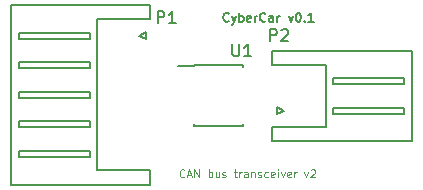
<source format=gto>
G04 #@! TF.FileFunction,Legend,Top*
%FSLAX45Y45*%
G04 Gerber Fmt 4.5, Leading zero omitted, Abs format (unit mm)*
G04 Created by KiCad (PCBNEW 4.0.4-stable) date Sat Oct 15 01:23:03 2016*
%MOMM*%
%LPD*%
G01*
G04 APERTURE LIST*
%ADD10C,0.100000*%
%ADD11C,0.150000*%
G04 APERTURE END LIST*
D10*
X3480486Y-3909771D02*
X3477343Y-3912914D01*
X3467914Y-3916057D01*
X3461629Y-3916057D01*
X3452200Y-3912914D01*
X3445914Y-3906629D01*
X3442771Y-3900343D01*
X3439629Y-3887771D01*
X3439629Y-3878343D01*
X3442771Y-3865771D01*
X3445914Y-3859486D01*
X3452200Y-3853200D01*
X3461629Y-3850057D01*
X3467914Y-3850057D01*
X3477343Y-3853200D01*
X3480486Y-3856343D01*
X3505629Y-3897200D02*
X3537057Y-3897200D01*
X3499343Y-3916057D02*
X3521343Y-3850057D01*
X3543343Y-3916057D01*
X3565343Y-3916057D02*
X3565343Y-3850057D01*
X3603057Y-3916057D01*
X3603057Y-3850057D01*
X3684771Y-3916057D02*
X3684771Y-3850057D01*
X3684771Y-3875200D02*
X3691057Y-3872057D01*
X3703629Y-3872057D01*
X3709914Y-3875200D01*
X3713057Y-3878343D01*
X3716200Y-3884629D01*
X3716200Y-3903486D01*
X3713057Y-3909771D01*
X3709914Y-3912914D01*
X3703629Y-3916057D01*
X3691057Y-3916057D01*
X3684771Y-3912914D01*
X3772771Y-3872057D02*
X3772771Y-3916057D01*
X3744486Y-3872057D02*
X3744486Y-3906629D01*
X3747629Y-3912914D01*
X3753914Y-3916057D01*
X3763343Y-3916057D01*
X3769629Y-3912914D01*
X3772771Y-3909771D01*
X3801057Y-3912914D02*
X3807343Y-3916057D01*
X3819914Y-3916057D01*
X3826200Y-3912914D01*
X3829343Y-3906629D01*
X3829343Y-3903486D01*
X3826200Y-3897200D01*
X3819914Y-3894057D01*
X3810486Y-3894057D01*
X3804200Y-3890914D01*
X3801057Y-3884629D01*
X3801057Y-3881486D01*
X3804200Y-3875200D01*
X3810486Y-3872057D01*
X3819914Y-3872057D01*
X3826200Y-3875200D01*
X3898486Y-3872057D02*
X3923629Y-3872057D01*
X3907914Y-3850057D02*
X3907914Y-3906629D01*
X3911057Y-3912914D01*
X3917343Y-3916057D01*
X3923629Y-3916057D01*
X3945629Y-3916057D02*
X3945629Y-3872057D01*
X3945629Y-3884629D02*
X3948771Y-3878343D01*
X3951914Y-3875200D01*
X3958200Y-3872057D01*
X3964486Y-3872057D01*
X4014771Y-3916057D02*
X4014771Y-3881486D01*
X4011629Y-3875200D01*
X4005343Y-3872057D01*
X3992771Y-3872057D01*
X3986486Y-3875200D01*
X4014771Y-3912914D02*
X4008486Y-3916057D01*
X3992771Y-3916057D01*
X3986486Y-3912914D01*
X3983343Y-3906629D01*
X3983343Y-3900343D01*
X3986486Y-3894057D01*
X3992771Y-3890914D01*
X4008486Y-3890914D01*
X4014771Y-3887771D01*
X4046200Y-3872057D02*
X4046200Y-3916057D01*
X4046200Y-3878343D02*
X4049343Y-3875200D01*
X4055629Y-3872057D01*
X4065057Y-3872057D01*
X4071343Y-3875200D01*
X4074486Y-3881486D01*
X4074486Y-3916057D01*
X4102771Y-3912914D02*
X4109057Y-3916057D01*
X4121629Y-3916057D01*
X4127914Y-3912914D01*
X4131057Y-3906629D01*
X4131057Y-3903486D01*
X4127914Y-3897200D01*
X4121629Y-3894057D01*
X4112200Y-3894057D01*
X4105914Y-3890914D01*
X4102771Y-3884629D01*
X4102771Y-3881486D01*
X4105914Y-3875200D01*
X4112200Y-3872057D01*
X4121629Y-3872057D01*
X4127914Y-3875200D01*
X4187629Y-3912914D02*
X4181343Y-3916057D01*
X4168772Y-3916057D01*
X4162486Y-3912914D01*
X4159343Y-3909771D01*
X4156200Y-3903486D01*
X4156200Y-3884629D01*
X4159343Y-3878343D01*
X4162486Y-3875200D01*
X4168772Y-3872057D01*
X4181343Y-3872057D01*
X4187629Y-3875200D01*
X4241057Y-3912914D02*
X4234772Y-3916057D01*
X4222200Y-3916057D01*
X4215914Y-3912914D01*
X4212772Y-3906629D01*
X4212772Y-3881486D01*
X4215914Y-3875200D01*
X4222200Y-3872057D01*
X4234772Y-3872057D01*
X4241057Y-3875200D01*
X4244200Y-3881486D01*
X4244200Y-3887771D01*
X4212772Y-3894057D01*
X4272486Y-3916057D02*
X4272486Y-3872057D01*
X4272486Y-3850057D02*
X4269343Y-3853200D01*
X4272486Y-3856343D01*
X4275629Y-3853200D01*
X4272486Y-3850057D01*
X4272486Y-3856343D01*
X4297629Y-3872057D02*
X4313343Y-3916057D01*
X4329057Y-3872057D01*
X4379343Y-3912914D02*
X4373057Y-3916057D01*
X4360486Y-3916057D01*
X4354200Y-3912914D01*
X4351057Y-3906629D01*
X4351057Y-3881486D01*
X4354200Y-3875200D01*
X4360486Y-3872057D01*
X4373057Y-3872057D01*
X4379343Y-3875200D01*
X4382486Y-3881486D01*
X4382486Y-3887771D01*
X4351057Y-3894057D01*
X4410772Y-3916057D02*
X4410772Y-3872057D01*
X4410772Y-3884629D02*
X4413914Y-3878343D01*
X4417057Y-3875200D01*
X4423343Y-3872057D01*
X4429629Y-3872057D01*
X4495629Y-3872057D02*
X4511343Y-3916057D01*
X4527057Y-3872057D01*
X4549057Y-3856343D02*
X4552200Y-3853200D01*
X4558486Y-3850057D01*
X4574200Y-3850057D01*
X4580486Y-3853200D01*
X4583629Y-3856343D01*
X4586771Y-3862629D01*
X4586771Y-3868914D01*
X4583629Y-3878343D01*
X4545914Y-3916057D01*
X4586771Y-3916057D01*
D11*
X3855286Y-2592186D02*
X3851714Y-2595757D01*
X3841000Y-2599329D01*
X3833857Y-2599329D01*
X3823143Y-2595757D01*
X3816000Y-2588614D01*
X3812428Y-2581471D01*
X3808857Y-2567186D01*
X3808857Y-2556471D01*
X3812428Y-2542186D01*
X3816000Y-2535043D01*
X3823143Y-2527900D01*
X3833857Y-2524329D01*
X3841000Y-2524329D01*
X3851714Y-2527900D01*
X3855286Y-2531471D01*
X3880286Y-2549329D02*
X3898143Y-2599329D01*
X3916000Y-2549329D02*
X3898143Y-2599329D01*
X3891000Y-2617186D01*
X3887428Y-2620757D01*
X3880286Y-2624329D01*
X3944571Y-2599329D02*
X3944571Y-2524329D01*
X3944571Y-2552900D02*
X3951714Y-2549329D01*
X3966000Y-2549329D01*
X3973143Y-2552900D01*
X3976714Y-2556471D01*
X3980286Y-2563614D01*
X3980286Y-2585043D01*
X3976714Y-2592186D01*
X3973143Y-2595757D01*
X3966000Y-2599329D01*
X3951714Y-2599329D01*
X3944571Y-2595757D01*
X4041000Y-2595757D02*
X4033857Y-2599329D01*
X4019571Y-2599329D01*
X4012428Y-2595757D01*
X4008857Y-2588614D01*
X4008857Y-2560043D01*
X4012428Y-2552900D01*
X4019571Y-2549329D01*
X4033857Y-2549329D01*
X4041000Y-2552900D01*
X4044571Y-2560043D01*
X4044571Y-2567186D01*
X4008857Y-2574329D01*
X4076714Y-2599329D02*
X4076714Y-2549329D01*
X4076714Y-2563614D02*
X4080286Y-2556471D01*
X4083857Y-2552900D01*
X4091000Y-2549329D01*
X4098143Y-2549329D01*
X4166000Y-2592186D02*
X4162429Y-2595757D01*
X4151714Y-2599329D01*
X4144571Y-2599329D01*
X4133857Y-2595757D01*
X4126714Y-2588614D01*
X4123143Y-2581471D01*
X4119571Y-2567186D01*
X4119571Y-2556471D01*
X4123143Y-2542186D01*
X4126714Y-2535043D01*
X4133857Y-2527900D01*
X4144571Y-2524329D01*
X4151714Y-2524329D01*
X4162429Y-2527900D01*
X4166000Y-2531471D01*
X4230286Y-2599329D02*
X4230286Y-2560043D01*
X4226714Y-2552900D01*
X4219571Y-2549329D01*
X4205286Y-2549329D01*
X4198143Y-2552900D01*
X4230286Y-2595757D02*
X4223143Y-2599329D01*
X4205286Y-2599329D01*
X4198143Y-2595757D01*
X4194571Y-2588614D01*
X4194571Y-2581471D01*
X4198143Y-2574329D01*
X4205286Y-2570757D01*
X4223143Y-2570757D01*
X4230286Y-2567186D01*
X4266000Y-2599329D02*
X4266000Y-2549329D01*
X4266000Y-2563614D02*
X4269571Y-2556471D01*
X4273143Y-2552900D01*
X4280286Y-2549329D01*
X4287429Y-2549329D01*
X4362429Y-2549329D02*
X4380286Y-2599329D01*
X4398143Y-2549329D01*
X4441000Y-2524329D02*
X4448143Y-2524329D01*
X4455286Y-2527900D01*
X4458857Y-2531471D01*
X4462429Y-2538614D01*
X4466000Y-2552900D01*
X4466000Y-2570757D01*
X4462429Y-2585043D01*
X4458857Y-2592186D01*
X4455286Y-2595757D01*
X4448143Y-2599329D01*
X4441000Y-2599329D01*
X4433857Y-2595757D01*
X4430286Y-2592186D01*
X4426714Y-2585043D01*
X4423143Y-2570757D01*
X4423143Y-2552900D01*
X4426714Y-2538614D01*
X4430286Y-2531471D01*
X4433857Y-2527900D01*
X4441000Y-2524329D01*
X4498143Y-2592186D02*
X4501714Y-2595757D01*
X4498143Y-2599329D01*
X4494572Y-2595757D01*
X4498143Y-2592186D01*
X4498143Y-2599329D01*
X4573143Y-2599329D02*
X4530286Y-2599329D01*
X4551714Y-2599329D02*
X4551714Y-2524329D01*
X4544572Y-2535043D01*
X4537429Y-2542186D01*
X4530286Y-2545757D01*
X2011400Y-3217800D02*
X2011400Y-2457800D01*
X2011400Y-2457800D02*
X3191400Y-2457800D01*
X3191400Y-2457800D02*
X3191400Y-2577800D01*
X3191400Y-2577800D02*
X2741400Y-2577800D01*
X2741400Y-2577800D02*
X2741400Y-3217800D01*
X2011400Y-3217800D02*
X2011400Y-3977800D01*
X2011400Y-3977800D02*
X3191400Y-3977800D01*
X3191400Y-3977800D02*
X3191400Y-3857800D01*
X3191400Y-3857800D02*
X2741400Y-3857800D01*
X2741400Y-3857800D02*
X2741400Y-3217800D01*
X2676400Y-2692800D02*
X2076400Y-2692800D01*
X2076400Y-2692800D02*
X2076400Y-2742800D01*
X2076400Y-2742800D02*
X2676400Y-2742800D01*
X2676400Y-2742800D02*
X2676400Y-2692800D01*
X2676400Y-2942800D02*
X2076400Y-2942800D01*
X2076400Y-2942800D02*
X2076400Y-2992800D01*
X2076400Y-2992800D02*
X2676400Y-2992800D01*
X2676400Y-2992800D02*
X2676400Y-2942800D01*
X2676400Y-3192800D02*
X2076400Y-3192800D01*
X2076400Y-3192800D02*
X2076400Y-3242800D01*
X2076400Y-3242800D02*
X2676400Y-3242800D01*
X2676400Y-3242800D02*
X2676400Y-3192800D01*
X2676400Y-3442800D02*
X2076400Y-3442800D01*
X2076400Y-3442800D02*
X2076400Y-3492800D01*
X2076400Y-3492800D02*
X2676400Y-3492800D01*
X2676400Y-3492800D02*
X2676400Y-3442800D01*
X2676400Y-3692800D02*
X2076400Y-3692800D01*
X2076400Y-3692800D02*
X2076400Y-3742800D01*
X2076400Y-3742800D02*
X2676400Y-3742800D01*
X2676400Y-3742800D02*
X2676400Y-3692800D01*
X3096400Y-2717800D02*
X3156400Y-2687800D01*
X3156400Y-2687800D02*
X3156400Y-2747800D01*
X3156400Y-2747800D02*
X3096400Y-2717800D01*
X5405400Y-3227800D02*
X5405400Y-3612800D01*
X5405400Y-3612800D02*
X4225400Y-3612800D01*
X4225400Y-3612800D02*
X4225400Y-3492800D01*
X4225400Y-3492800D02*
X4675400Y-3492800D01*
X4675400Y-3492800D02*
X4675400Y-3227800D01*
X5405400Y-3227800D02*
X5405400Y-2842800D01*
X5405400Y-2842800D02*
X4225400Y-2842800D01*
X4225400Y-2842800D02*
X4225400Y-2962800D01*
X4225400Y-2962800D02*
X4675400Y-2962800D01*
X4675400Y-2962800D02*
X4675400Y-3227800D01*
X4740400Y-3377800D02*
X5340400Y-3377800D01*
X5340400Y-3377800D02*
X5340400Y-3327800D01*
X5340400Y-3327800D02*
X4740400Y-3327800D01*
X4740400Y-3327800D02*
X4740400Y-3377800D01*
X4740400Y-3127800D02*
X5340400Y-3127800D01*
X5340400Y-3127800D02*
X5340400Y-3077800D01*
X5340400Y-3077800D02*
X4740400Y-3077800D01*
X4740400Y-3077800D02*
X4740400Y-3127800D01*
X4320400Y-3352800D02*
X4260400Y-3382800D01*
X4260400Y-3382800D02*
X4260400Y-3322800D01*
X4260400Y-3322800D02*
X4320400Y-3352800D01*
X3564400Y-2968300D02*
X3564400Y-2973300D01*
X3979400Y-2968300D02*
X3979400Y-2982800D01*
X3979400Y-3483300D02*
X3979400Y-3468800D01*
X3564400Y-3483300D02*
X3564400Y-3468800D01*
X3564400Y-2968300D02*
X3979400Y-2968300D01*
X3564400Y-3483300D02*
X3979400Y-3483300D01*
X3564400Y-2973300D02*
X3424400Y-2973300D01*
X3253590Y-2610638D02*
X3253590Y-2510638D01*
X3291686Y-2510638D01*
X3301210Y-2515400D01*
X3305971Y-2520162D01*
X3310733Y-2529686D01*
X3310733Y-2543971D01*
X3305971Y-2553495D01*
X3301210Y-2558257D01*
X3291686Y-2563019D01*
X3253590Y-2563019D01*
X3405971Y-2610638D02*
X3348829Y-2610638D01*
X3377400Y-2610638D02*
X3377400Y-2510638D01*
X3367876Y-2524924D01*
X3358352Y-2534448D01*
X3348829Y-2539210D01*
X4206091Y-2763038D02*
X4206091Y-2663038D01*
X4244186Y-2663038D01*
X4253710Y-2667800D01*
X4258472Y-2672562D01*
X4263233Y-2682086D01*
X4263233Y-2696371D01*
X4258472Y-2705895D01*
X4253710Y-2710657D01*
X4244186Y-2715419D01*
X4206091Y-2715419D01*
X4301329Y-2672562D02*
X4306091Y-2667800D01*
X4315614Y-2663038D01*
X4339424Y-2663038D01*
X4348948Y-2667800D01*
X4353710Y-2672562D01*
X4358472Y-2682086D01*
X4358472Y-2691610D01*
X4353710Y-2705895D01*
X4296567Y-2763038D01*
X4358472Y-2763038D01*
X3886209Y-2790038D02*
X3886209Y-2870990D01*
X3890971Y-2880514D01*
X3895733Y-2885276D01*
X3905257Y-2890038D01*
X3924305Y-2890038D01*
X3933829Y-2885276D01*
X3938590Y-2880514D01*
X3943352Y-2870990D01*
X3943352Y-2790038D01*
X4043352Y-2890038D02*
X3986209Y-2890038D01*
X4014781Y-2890038D02*
X4014781Y-2790038D01*
X4005257Y-2804324D01*
X3995733Y-2813848D01*
X3986209Y-2818609D01*
M02*

</source>
